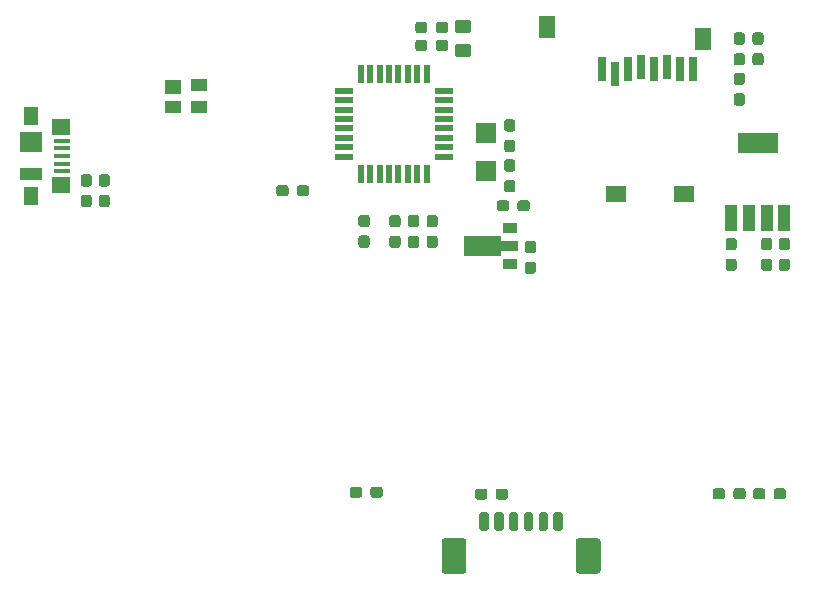
<source format=gtp>
G04 #@! TF.GenerationSoftware,KiCad,Pcbnew,5.99.0-unknown-57e35c9~88~ubuntu19.10.1*
G04 #@! TF.CreationDate,2021-09-15T00:48:27-03:00*
G04 #@! TF.ProjectId,Femtosat,46656d74-6f73-4617-942e-6b696361645f,rev?*
G04 #@! TF.SameCoordinates,Original*
G04 #@! TF.FileFunction,Paste,Top*
G04 #@! TF.FilePolarity,Positive*
%FSLAX46Y46*%
G04 Gerber Fmt 4.6, Leading zero omitted, Abs format (unit mm)*
G04 Created by KiCad (PCBNEW 5.99.0-unknown-57e35c9~88~ubuntu19.10.1) date 2021-09-15 00:48:27*
%MOMM*%
%LPD*%
G01*
G04 APERTURE LIST*
%ADD10R,1.400000X1.900000*%
%ADD11R,1.800000X1.400000*%
%ADD12R,0.800000X2.000000*%
%ADD13R,1.800000X1.750000*%
%ADD14R,0.550000X1.600000*%
%ADD15R,1.600000X0.550000*%
%ADD16R,1.000000X2.200000*%
%ADD17R,3.400000X1.800000*%
%ADD18R,1.300000X0.900000*%
%ADD19R,1.900000X1.000000*%
%ADD20R,1.900000X1.800000*%
%ADD21R,1.300000X1.650000*%
%ADD22R,1.550000X1.425000*%
%ADD23R,1.380000X0.450000*%
%ADD24R,1.400000X1.000000*%
%ADD25R,1.400000X1.200000*%
G04 APERTURE END LIST*
D10*
X111535400Y-33408600D03*
X124685400Y-34408600D03*
D11*
X117385400Y-47558600D03*
X123085400Y-47558600D03*
D12*
X123895400Y-37008600D03*
X122795400Y-37008600D03*
X121695400Y-36808600D03*
X120595400Y-37008600D03*
X119495400Y-36808600D03*
X118395400Y-37008600D03*
X117295400Y-37408600D03*
X116195400Y-37008600D03*
D13*
X106337100Y-42385700D03*
X106337100Y-45635700D03*
D14*
X101339300Y-45860700D03*
X100539300Y-45860700D03*
X99739300Y-45860700D03*
X98939300Y-45860700D03*
X98139300Y-45860700D03*
X97339300Y-45860700D03*
X96539300Y-45860700D03*
X95739300Y-45860700D03*
D15*
X94289300Y-44410700D03*
X94289300Y-43610700D03*
X94289300Y-42810700D03*
X94289300Y-42010700D03*
X94289300Y-41210700D03*
X94289300Y-40410700D03*
X94289300Y-39610700D03*
X94289300Y-38810700D03*
D14*
X95739300Y-37360700D03*
X96539300Y-37360700D03*
X97339300Y-37360700D03*
X98139300Y-37360700D03*
X98939300Y-37360700D03*
X99739300Y-37360700D03*
X100539300Y-37360700D03*
X101339300Y-37360700D03*
D15*
X102789300Y-38810700D03*
X102789300Y-39610700D03*
X102789300Y-40410700D03*
X102789300Y-41210700D03*
X102789300Y-42010700D03*
X102789300Y-42810700D03*
X102789300Y-43610700D03*
X102789300Y-44410700D03*
D16*
X127112200Y-49582800D03*
X130112200Y-49582800D03*
D17*
X129362200Y-43282800D03*
D16*
X128612200Y-49582800D03*
X131612200Y-49582800D03*
G36*
X104456200Y-51103300D02*
G01*
X107581201Y-51103300D01*
X107581200Y-51519800D01*
X109056200Y-51519801D01*
X109056200Y-52419800D01*
X107581200Y-52419799D01*
X107581200Y-52836299D01*
X104456200Y-52836299D01*
X104456200Y-51103300D01*
G37*
D18*
X108406200Y-50469800D03*
X108406200Y-53469800D03*
G36*
G01*
X126874700Y-53029600D02*
X127349700Y-53029600D01*
G75*
G02*
X127587200Y-53267100I0J-237500D01*
G01*
X127587200Y-53842100D01*
G75*
G02*
X127349700Y-54079600I-237500J0D01*
G01*
X126874700Y-54079600D01*
G75*
G02*
X126637200Y-53842100I0J237500D01*
G01*
X126637200Y-53267100D01*
G75*
G02*
X126874700Y-53029600I237500J0D01*
G01*
G37*
G36*
G01*
X126874700Y-51279600D02*
X127349700Y-51279600D01*
G75*
G02*
X127587200Y-51517100I0J-237500D01*
G01*
X127587200Y-52092100D01*
G75*
G02*
X127349700Y-52329600I-237500J0D01*
G01*
X126874700Y-52329600D01*
G75*
G02*
X126637200Y-52092100I0J237500D01*
G01*
X126637200Y-51517100D01*
G75*
G02*
X126874700Y-51279600I237500J0D01*
G01*
G37*
G36*
G01*
X127562600Y-39035500D02*
X128037600Y-39035500D01*
G75*
G02*
X128275100Y-39273000I0J-237500D01*
G01*
X128275100Y-39848000D01*
G75*
G02*
X128037600Y-40085500I-237500J0D01*
G01*
X127562600Y-40085500D01*
G75*
G02*
X127325100Y-39848000I0J237500D01*
G01*
X127325100Y-39273000D01*
G75*
G02*
X127562600Y-39035500I237500J0D01*
G01*
G37*
G36*
G01*
X127562600Y-37285500D02*
X128037600Y-37285500D01*
G75*
G02*
X128275100Y-37523000I0J-237500D01*
G01*
X128275100Y-38098000D01*
G75*
G02*
X128037600Y-38335500I-237500J0D01*
G01*
X127562600Y-38335500D01*
G75*
G02*
X127325100Y-38098000I0J237500D01*
G01*
X127325100Y-37523000D01*
G75*
G02*
X127562600Y-37285500I237500J0D01*
G01*
G37*
G36*
G01*
X89630900Y-47044600D02*
X89630900Y-47519600D01*
G75*
G02*
X89393400Y-47757100I-237500J0D01*
G01*
X88818400Y-47757100D01*
G75*
G02*
X88580900Y-47519600I0J237500D01*
G01*
X88580900Y-47044600D01*
G75*
G02*
X88818400Y-46807100I237500J0D01*
G01*
X89393400Y-46807100D01*
G75*
G02*
X89630900Y-47044600I0J-237500D01*
G01*
G37*
G36*
G01*
X91380900Y-47044600D02*
X91380900Y-47519600D01*
G75*
G02*
X91143400Y-47757100I-237500J0D01*
G01*
X90568400Y-47757100D01*
G75*
G02*
X90330900Y-47519600I0J237500D01*
G01*
X90330900Y-47044600D01*
G75*
G02*
X90568400Y-46807100I237500J0D01*
G01*
X91143400Y-46807100D01*
G75*
G02*
X91380900Y-47044600I0J-237500D01*
G01*
G37*
G36*
G01*
X74269200Y-46932100D02*
X73794200Y-46932100D01*
G75*
G02*
X73556700Y-46694600I0J237500D01*
G01*
X73556700Y-46119600D01*
G75*
G02*
X73794200Y-45882100I237500J0D01*
G01*
X74269200Y-45882100D01*
G75*
G02*
X74506700Y-46119600I0J-237500D01*
G01*
X74506700Y-46694600D01*
G75*
G02*
X74269200Y-46932100I-237500J0D01*
G01*
G37*
G36*
G01*
X74269200Y-48682100D02*
X73794200Y-48682100D01*
G75*
G02*
X73556700Y-48444600I0J237500D01*
G01*
X73556700Y-47869600D01*
G75*
G02*
X73794200Y-47632100I237500J0D01*
G01*
X74269200Y-47632100D01*
G75*
G02*
X74506700Y-47869600I0J-237500D01*
G01*
X74506700Y-48444600D01*
G75*
G02*
X74269200Y-48682100I-237500J0D01*
G01*
G37*
G36*
G01*
X106457000Y-72736700D02*
X106457000Y-73211700D01*
G75*
G02*
X106219500Y-73449200I-237500J0D01*
G01*
X105644500Y-73449200D01*
G75*
G02*
X105407000Y-73211700I0J237500D01*
G01*
X105407000Y-72736700D01*
G75*
G02*
X105644500Y-72499200I237500J0D01*
G01*
X106219500Y-72499200D01*
G75*
G02*
X106457000Y-72736700I0J-237500D01*
G01*
G37*
G36*
G01*
X108207000Y-72736700D02*
X108207000Y-73211700D01*
G75*
G02*
X107969500Y-73449200I-237500J0D01*
G01*
X107394500Y-73449200D01*
G75*
G02*
X107157000Y-73211700I0J237500D01*
G01*
X107157000Y-72736700D01*
G75*
G02*
X107394500Y-72499200I237500J0D01*
G01*
X107969500Y-72499200D01*
G75*
G02*
X108207000Y-72736700I0J-237500D01*
G01*
G37*
G36*
G01*
X101553000Y-51086500D02*
X102028000Y-51086500D01*
G75*
G02*
X102265500Y-51324000I0J-237500D01*
G01*
X102265500Y-51899000D01*
G75*
G02*
X102028000Y-52136500I-237500J0D01*
G01*
X101553000Y-52136500D01*
G75*
G02*
X101315500Y-51899000I0J237500D01*
G01*
X101315500Y-51324000D01*
G75*
G02*
X101553000Y-51086500I237500J0D01*
G01*
G37*
G36*
G01*
X101553000Y-49336500D02*
X102028000Y-49336500D01*
G75*
G02*
X102265500Y-49574000I0J-237500D01*
G01*
X102265500Y-50149000D01*
G75*
G02*
X102028000Y-50386500I-237500J0D01*
G01*
X101553000Y-50386500D01*
G75*
G02*
X101315500Y-50149000I0J237500D01*
G01*
X101315500Y-49574000D01*
G75*
G02*
X101553000Y-49336500I237500J0D01*
G01*
G37*
G36*
G01*
X104856601Y-33941600D02*
X103956599Y-33941600D01*
G75*
G02*
X103706600Y-33691601I0J249999D01*
G01*
X103706600Y-33041599D01*
G75*
G02*
X103956599Y-32791600I249999J0D01*
G01*
X104856601Y-32791600D01*
G75*
G02*
X105106600Y-33041599I0J-249999D01*
G01*
X105106600Y-33691601D01*
G75*
G02*
X104856601Y-33941600I-249999J0D01*
G01*
G37*
G36*
G01*
X104856601Y-35991600D02*
X103956599Y-35991600D01*
G75*
G02*
X103706600Y-35741601I0J249999D01*
G01*
X103706600Y-35091599D01*
G75*
G02*
X103956599Y-34841600I249999J0D01*
G01*
X104856601Y-34841600D01*
G75*
G02*
X105106600Y-35091599I0J-249999D01*
G01*
X105106600Y-35741601D01*
G75*
G02*
X104856601Y-35991600I-249999J0D01*
G01*
G37*
G36*
G01*
X113946600Y-79448601D02*
X113946600Y-76948599D01*
G75*
G02*
X114196599Y-76698600I249999J0D01*
G01*
X115796601Y-76698600D01*
G75*
G02*
X116046600Y-76948599I0J-249999D01*
G01*
X116046600Y-79448601D01*
G75*
G02*
X115796601Y-79698600I-249999J0D01*
G01*
X114196599Y-79698600D01*
G75*
G02*
X113946600Y-79448601I0J249999D01*
G01*
G37*
G36*
G01*
X102596600Y-79448601D02*
X102596600Y-76948599D01*
G75*
G02*
X102846599Y-76698600I249999J0D01*
G01*
X104446601Y-76698600D01*
G75*
G02*
X104696600Y-76948599I0J-249999D01*
G01*
X104696600Y-79448601D01*
G75*
G02*
X104446601Y-79698600I-249999J0D01*
G01*
X102846599Y-79698600D01*
G75*
G02*
X102596600Y-79448601I0J249999D01*
G01*
G37*
G36*
G01*
X112046600Y-75898600D02*
X112046600Y-74698600D01*
G75*
G02*
X112246600Y-74498600I200000J0D01*
G01*
X112646600Y-74498600D01*
G75*
G02*
X112846600Y-74698600I0J-200000D01*
G01*
X112846600Y-75898600D01*
G75*
G02*
X112646600Y-76098600I-200000J0D01*
G01*
X112246600Y-76098600D01*
G75*
G02*
X112046600Y-75898600I0J200000D01*
G01*
G37*
G36*
G01*
X110796600Y-75898600D02*
X110796600Y-74698600D01*
G75*
G02*
X110996600Y-74498600I200000J0D01*
G01*
X111396600Y-74498600D01*
G75*
G02*
X111596600Y-74698600I0J-200000D01*
G01*
X111596600Y-75898600D01*
G75*
G02*
X111396600Y-76098600I-200000J0D01*
G01*
X110996600Y-76098600D01*
G75*
G02*
X110796600Y-75898600I0J200000D01*
G01*
G37*
G36*
G01*
X109546600Y-75898600D02*
X109546600Y-74698600D01*
G75*
G02*
X109746600Y-74498600I200000J0D01*
G01*
X110146600Y-74498600D01*
G75*
G02*
X110346600Y-74698600I0J-200000D01*
G01*
X110346600Y-75898600D01*
G75*
G02*
X110146600Y-76098600I-200000J0D01*
G01*
X109746600Y-76098600D01*
G75*
G02*
X109546600Y-75898600I0J200000D01*
G01*
G37*
G36*
G01*
X108296600Y-75898600D02*
X108296600Y-74698600D01*
G75*
G02*
X108496600Y-74498600I200000J0D01*
G01*
X108896600Y-74498600D01*
G75*
G02*
X109096600Y-74698600I0J-200000D01*
G01*
X109096600Y-75898600D01*
G75*
G02*
X108896600Y-76098600I-200000J0D01*
G01*
X108496600Y-76098600D01*
G75*
G02*
X108296600Y-75898600I0J200000D01*
G01*
G37*
G36*
G01*
X107046600Y-75898600D02*
X107046600Y-74698600D01*
G75*
G02*
X107246600Y-74498600I200000J0D01*
G01*
X107646600Y-74498600D01*
G75*
G02*
X107846600Y-74698600I0J-200000D01*
G01*
X107846600Y-75898600D01*
G75*
G02*
X107646600Y-76098600I-200000J0D01*
G01*
X107246600Y-76098600D01*
G75*
G02*
X107046600Y-75898600I0J200000D01*
G01*
G37*
G36*
G01*
X105796600Y-75898600D02*
X105796600Y-74698600D01*
G75*
G02*
X105996600Y-74498600I200000J0D01*
G01*
X106396600Y-74498600D01*
G75*
G02*
X106596600Y-74698600I0J-200000D01*
G01*
X106596600Y-75898600D01*
G75*
G02*
X106396600Y-76098600I-200000J0D01*
G01*
X105996600Y-76098600D01*
G75*
G02*
X105796600Y-75898600I0J200000D01*
G01*
G37*
D19*
X67800000Y-45885700D03*
D20*
X67800000Y-43185700D03*
D21*
X67800000Y-47710700D03*
X67800000Y-40960700D03*
D22*
X70375000Y-46823200D03*
X70375000Y-41848200D03*
D23*
X70460000Y-45635700D03*
X70460000Y-44985700D03*
X70460000Y-44335700D03*
X70460000Y-43685700D03*
X70460000Y-43035700D03*
D24*
X82080900Y-38305700D03*
X82080900Y-40205700D03*
X79880900Y-40205700D03*
D25*
X79880900Y-38485700D03*
G36*
G01*
X127286500Y-73186300D02*
X127286500Y-72711300D01*
G75*
G02*
X127524000Y-72473800I237500J0D01*
G01*
X128099000Y-72473800D01*
G75*
G02*
X128336500Y-72711300I0J-237500D01*
G01*
X128336500Y-73186300D01*
G75*
G02*
X128099000Y-73423800I-237500J0D01*
G01*
X127524000Y-73423800D01*
G75*
G02*
X127286500Y-73186300I0J237500D01*
G01*
G37*
G36*
G01*
X125536500Y-73186300D02*
X125536500Y-72711300D01*
G75*
G02*
X125774000Y-72473800I237500J0D01*
G01*
X126349000Y-72473800D01*
G75*
G02*
X126586500Y-72711300I0J-237500D01*
G01*
X126586500Y-73186300D01*
G75*
G02*
X126349000Y-73423800I-237500J0D01*
G01*
X125774000Y-73423800D01*
G75*
G02*
X125536500Y-73186300I0J237500D01*
G01*
G37*
G36*
G01*
X130002800Y-72711300D02*
X130002800Y-73186300D01*
G75*
G02*
X129765300Y-73423800I-237500J0D01*
G01*
X129190300Y-73423800D01*
G75*
G02*
X128952800Y-73186300I0J237500D01*
G01*
X128952800Y-72711300D01*
G75*
G02*
X129190300Y-72473800I237500J0D01*
G01*
X129765300Y-72473800D01*
G75*
G02*
X130002800Y-72711300I0J-237500D01*
G01*
G37*
G36*
G01*
X131752800Y-72711300D02*
X131752800Y-73186300D01*
G75*
G02*
X131515300Y-73423800I-237500J0D01*
G01*
X130940300Y-73423800D01*
G75*
G02*
X130702800Y-73186300I0J237500D01*
G01*
X130702800Y-72711300D01*
G75*
G02*
X130940300Y-72473800I237500J0D01*
G01*
X131515300Y-72473800D01*
G75*
G02*
X131752800Y-72711300I0J-237500D01*
G01*
G37*
G36*
G01*
X129612400Y-34931900D02*
X129137400Y-34931900D01*
G75*
G02*
X128899900Y-34694400I0J237500D01*
G01*
X128899900Y-34119400D01*
G75*
G02*
X129137400Y-33881900I237500J0D01*
G01*
X129612400Y-33881900D01*
G75*
G02*
X129849900Y-34119400I0J-237500D01*
G01*
X129849900Y-34694400D01*
G75*
G02*
X129612400Y-34931900I-237500J0D01*
G01*
G37*
G36*
G01*
X129612400Y-36681900D02*
X129137400Y-36681900D01*
G75*
G02*
X128899900Y-36444400I0J237500D01*
G01*
X128899900Y-35869400D01*
G75*
G02*
X129137400Y-35631900I237500J0D01*
G01*
X129612400Y-35631900D01*
G75*
G02*
X129849900Y-35869400I0J-237500D01*
G01*
X129849900Y-36444400D01*
G75*
G02*
X129612400Y-36681900I-237500J0D01*
G01*
G37*
G36*
G01*
X128037600Y-34931900D02*
X127562600Y-34931900D01*
G75*
G02*
X127325100Y-34694400I0J237500D01*
G01*
X127325100Y-34119400D01*
G75*
G02*
X127562600Y-33881900I237500J0D01*
G01*
X128037600Y-33881900D01*
G75*
G02*
X128275100Y-34119400I0J-237500D01*
G01*
X128275100Y-34694400D01*
G75*
G02*
X128037600Y-34931900I-237500J0D01*
G01*
G37*
G36*
G01*
X128037600Y-36681900D02*
X127562600Y-36681900D01*
G75*
G02*
X127325100Y-36444400I0J237500D01*
G01*
X127325100Y-35869400D01*
G75*
G02*
X127562600Y-35631900I237500J0D01*
G01*
X128037600Y-35631900D01*
G75*
G02*
X128275100Y-35869400I0J-237500D01*
G01*
X128275100Y-36444400D01*
G75*
G02*
X128037600Y-36681900I-237500J0D01*
G01*
G37*
G36*
G01*
X108311200Y-48327300D02*
X108311200Y-48802300D01*
G75*
G02*
X108073700Y-49039800I-237500J0D01*
G01*
X107498700Y-49039800D01*
G75*
G02*
X107261200Y-48802300I0J237500D01*
G01*
X107261200Y-48327300D01*
G75*
G02*
X107498700Y-48089800I237500J0D01*
G01*
X108073700Y-48089800D01*
G75*
G02*
X108311200Y-48327300I0J-237500D01*
G01*
G37*
G36*
G01*
X110061200Y-48327300D02*
X110061200Y-48802300D01*
G75*
G02*
X109823700Y-49039800I-237500J0D01*
G01*
X109248700Y-49039800D01*
G75*
G02*
X109011200Y-48802300I0J237500D01*
G01*
X109011200Y-48327300D01*
G75*
G02*
X109248700Y-48089800I237500J0D01*
G01*
X109823700Y-48089800D01*
G75*
G02*
X110061200Y-48327300I0J-237500D01*
G01*
G37*
G36*
G01*
X109871500Y-53283600D02*
X110346500Y-53283600D01*
G75*
G02*
X110584000Y-53521100I0J-237500D01*
G01*
X110584000Y-54096100D01*
G75*
G02*
X110346500Y-54333600I-237500J0D01*
G01*
X109871500Y-54333600D01*
G75*
G02*
X109634000Y-54096100I0J237500D01*
G01*
X109634000Y-53521100D01*
G75*
G02*
X109871500Y-53283600I237500J0D01*
G01*
G37*
G36*
G01*
X109871500Y-51533600D02*
X110346500Y-51533600D01*
G75*
G02*
X110584000Y-51771100I0J-237500D01*
G01*
X110584000Y-52346100D01*
G75*
G02*
X110346500Y-52583600I-237500J0D01*
G01*
X109871500Y-52583600D01*
G75*
G02*
X109634000Y-52346100I0J237500D01*
G01*
X109634000Y-51771100D01*
G75*
G02*
X109871500Y-51533600I237500J0D01*
G01*
G37*
G36*
G01*
X108118900Y-42971200D02*
X108593900Y-42971200D01*
G75*
G02*
X108831400Y-43208700I0J-237500D01*
G01*
X108831400Y-43783700D01*
G75*
G02*
X108593900Y-44021200I-237500J0D01*
G01*
X108118900Y-44021200D01*
G75*
G02*
X107881400Y-43783700I0J237500D01*
G01*
X107881400Y-43208700D01*
G75*
G02*
X108118900Y-42971200I237500J0D01*
G01*
G37*
G36*
G01*
X108118900Y-41221200D02*
X108593900Y-41221200D01*
G75*
G02*
X108831400Y-41458700I0J-237500D01*
G01*
X108831400Y-42033700D01*
G75*
G02*
X108593900Y-42271200I-237500J0D01*
G01*
X108118900Y-42271200D01*
G75*
G02*
X107881400Y-42033700I0J237500D01*
G01*
X107881400Y-41458700D01*
G75*
G02*
X108118900Y-41221200I237500J0D01*
G01*
G37*
G36*
G01*
X108118900Y-46374800D02*
X108593900Y-46374800D01*
G75*
G02*
X108831400Y-46612300I0J-237500D01*
G01*
X108831400Y-47187300D01*
G75*
G02*
X108593900Y-47424800I-237500J0D01*
G01*
X108118900Y-47424800D01*
G75*
G02*
X107881400Y-47187300I0J237500D01*
G01*
X107881400Y-46612300D01*
G75*
G02*
X108118900Y-46374800I237500J0D01*
G01*
G37*
G36*
G01*
X108118900Y-44624800D02*
X108593900Y-44624800D01*
G75*
G02*
X108831400Y-44862300I0J-237500D01*
G01*
X108831400Y-45437300D01*
G75*
G02*
X108593900Y-45674800I-237500J0D01*
G01*
X108118900Y-45674800D01*
G75*
G02*
X107881400Y-45437300I0J237500D01*
G01*
X107881400Y-44862300D01*
G75*
G02*
X108118900Y-44624800I237500J0D01*
G01*
G37*
G36*
G01*
X99978200Y-51086500D02*
X100453200Y-51086500D01*
G75*
G02*
X100690700Y-51324000I0J-237500D01*
G01*
X100690700Y-51899000D01*
G75*
G02*
X100453200Y-52136500I-237500J0D01*
G01*
X99978200Y-52136500D01*
G75*
G02*
X99740700Y-51899000I0J237500D01*
G01*
X99740700Y-51324000D01*
G75*
G02*
X99978200Y-51086500I237500J0D01*
G01*
G37*
G36*
G01*
X99978200Y-49336500D02*
X100453200Y-49336500D01*
G75*
G02*
X100690700Y-49574000I0J-237500D01*
G01*
X100690700Y-50149000D01*
G75*
G02*
X100453200Y-50386500I-237500J0D01*
G01*
X99978200Y-50386500D01*
G75*
G02*
X99740700Y-50149000I0J237500D01*
G01*
X99740700Y-49574000D01*
G75*
G02*
X99978200Y-49336500I237500J0D01*
G01*
G37*
G36*
G01*
X98403400Y-51086500D02*
X98878400Y-51086500D01*
G75*
G02*
X99115900Y-51324000I0J-237500D01*
G01*
X99115900Y-51899000D01*
G75*
G02*
X98878400Y-52136500I-237500J0D01*
G01*
X98403400Y-52136500D01*
G75*
G02*
X98165900Y-51899000I0J237500D01*
G01*
X98165900Y-51324000D01*
G75*
G02*
X98403400Y-51086500I237500J0D01*
G01*
G37*
G36*
G01*
X98403400Y-49336500D02*
X98878400Y-49336500D01*
G75*
G02*
X99115900Y-49574000I0J-237500D01*
G01*
X99115900Y-50149000D01*
G75*
G02*
X98878400Y-50386500I-237500J0D01*
G01*
X98403400Y-50386500D01*
G75*
G02*
X98165900Y-50149000I0J237500D01*
G01*
X98165900Y-49574000D01*
G75*
G02*
X98403400Y-49336500I237500J0D01*
G01*
G37*
G36*
G01*
X101389300Y-33227000D02*
X101389300Y-33702000D01*
G75*
G02*
X101151800Y-33939500I-237500J0D01*
G01*
X100576800Y-33939500D01*
G75*
G02*
X100339300Y-33702000I0J237500D01*
G01*
X100339300Y-33227000D01*
G75*
G02*
X100576800Y-32989500I237500J0D01*
G01*
X101151800Y-32989500D01*
G75*
G02*
X101389300Y-33227000I0J-237500D01*
G01*
G37*
G36*
G01*
X103139300Y-33227000D02*
X103139300Y-33702000D01*
G75*
G02*
X102901800Y-33939500I-237500J0D01*
G01*
X102326800Y-33939500D01*
G75*
G02*
X102089300Y-33702000I0J237500D01*
G01*
X102089300Y-33227000D01*
G75*
G02*
X102326800Y-32989500I237500J0D01*
G01*
X102901800Y-32989500D01*
G75*
G02*
X103139300Y-33227000I0J-237500D01*
G01*
G37*
G36*
G01*
X101389300Y-34751000D02*
X101389300Y-35226000D01*
G75*
G02*
X101151800Y-35463500I-237500J0D01*
G01*
X100576800Y-35463500D01*
G75*
G02*
X100339300Y-35226000I0J237500D01*
G01*
X100339300Y-34751000D01*
G75*
G02*
X100576800Y-34513500I237500J0D01*
G01*
X101151800Y-34513500D01*
G75*
G02*
X101389300Y-34751000I0J-237500D01*
G01*
G37*
G36*
G01*
X103139300Y-34751000D02*
X103139300Y-35226000D01*
G75*
G02*
X102901800Y-35463500I-237500J0D01*
G01*
X102326800Y-35463500D01*
G75*
G02*
X102089300Y-35226000I0J237500D01*
G01*
X102089300Y-34751000D01*
G75*
G02*
X102326800Y-34513500I237500J0D01*
G01*
X102901800Y-34513500D01*
G75*
G02*
X103139300Y-34751000I0J-237500D01*
G01*
G37*
G36*
G01*
X72745200Y-46932100D02*
X72270200Y-46932100D01*
G75*
G02*
X72032700Y-46694600I0J237500D01*
G01*
X72032700Y-46119600D01*
G75*
G02*
X72270200Y-45882100I237500J0D01*
G01*
X72745200Y-45882100D01*
G75*
G02*
X72982700Y-46119600I0J-237500D01*
G01*
X72982700Y-46694600D01*
G75*
G02*
X72745200Y-46932100I-237500J0D01*
G01*
G37*
G36*
G01*
X72745200Y-48682100D02*
X72270200Y-48682100D01*
G75*
G02*
X72032700Y-48444600I0J237500D01*
G01*
X72032700Y-47869600D01*
G75*
G02*
X72270200Y-47632100I237500J0D01*
G01*
X72745200Y-47632100D01*
G75*
G02*
X72982700Y-47869600I0J-237500D01*
G01*
X72982700Y-48444600D01*
G75*
G02*
X72745200Y-48682100I-237500J0D01*
G01*
G37*
G36*
G01*
X96565200Y-73059300D02*
X96565200Y-72584300D01*
G75*
G02*
X96802700Y-72346800I237500J0D01*
G01*
X97377700Y-72346800D01*
G75*
G02*
X97615200Y-72584300I0J-237500D01*
G01*
X97615200Y-73059300D01*
G75*
G02*
X97377700Y-73296800I-237500J0D01*
G01*
X96802700Y-73296800D01*
G75*
G02*
X96565200Y-73059300I0J237500D01*
G01*
G37*
G36*
G01*
X94815200Y-73059300D02*
X94815200Y-72584300D01*
G75*
G02*
X95052700Y-72346800I237500J0D01*
G01*
X95627700Y-72346800D01*
G75*
G02*
X95865200Y-72584300I0J-237500D01*
G01*
X95865200Y-73059300D01*
G75*
G02*
X95627700Y-73296800I-237500J0D01*
G01*
X95052700Y-73296800D01*
G75*
G02*
X94815200Y-73059300I0J237500D01*
G01*
G37*
G36*
G01*
X95787200Y-51072500D02*
X96262200Y-51072500D01*
G75*
G02*
X96499700Y-51310000I0J-237500D01*
G01*
X96499700Y-51885000D01*
G75*
G02*
X96262200Y-52122500I-237500J0D01*
G01*
X95787200Y-52122500D01*
G75*
G02*
X95549700Y-51885000I0J237500D01*
G01*
X95549700Y-51310000D01*
G75*
G02*
X95787200Y-51072500I237500J0D01*
G01*
G37*
G36*
G01*
X95787200Y-49322500D02*
X96262200Y-49322500D01*
G75*
G02*
X96499700Y-49560000I0J-237500D01*
G01*
X96499700Y-50135000D01*
G75*
G02*
X96262200Y-50372500I-237500J0D01*
G01*
X95787200Y-50372500D01*
G75*
G02*
X95549700Y-50135000I0J237500D01*
G01*
X95549700Y-49560000D01*
G75*
G02*
X95787200Y-49322500I237500J0D01*
G01*
G37*
G36*
G01*
X129874700Y-53029600D02*
X130349700Y-53029600D01*
G75*
G02*
X130587200Y-53267100I0J-237500D01*
G01*
X130587200Y-53842100D01*
G75*
G02*
X130349700Y-54079600I-237500J0D01*
G01*
X129874700Y-54079600D01*
G75*
G02*
X129637200Y-53842100I0J237500D01*
G01*
X129637200Y-53267100D01*
G75*
G02*
X129874700Y-53029600I237500J0D01*
G01*
G37*
G36*
G01*
X129874700Y-51279600D02*
X130349700Y-51279600D01*
G75*
G02*
X130587200Y-51517100I0J-237500D01*
G01*
X130587200Y-52092100D01*
G75*
G02*
X130349700Y-52329600I-237500J0D01*
G01*
X129874700Y-52329600D01*
G75*
G02*
X129637200Y-52092100I0J237500D01*
G01*
X129637200Y-51517100D01*
G75*
G02*
X129874700Y-51279600I237500J0D01*
G01*
G37*
G36*
G01*
X131374700Y-53029600D02*
X131849700Y-53029600D01*
G75*
G02*
X132087200Y-53267100I0J-237500D01*
G01*
X132087200Y-53842100D01*
G75*
G02*
X131849700Y-54079600I-237500J0D01*
G01*
X131374700Y-54079600D01*
G75*
G02*
X131137200Y-53842100I0J237500D01*
G01*
X131137200Y-53267100D01*
G75*
G02*
X131374700Y-53029600I237500J0D01*
G01*
G37*
G36*
G01*
X131374700Y-51279600D02*
X131849700Y-51279600D01*
G75*
G02*
X132087200Y-51517100I0J-237500D01*
G01*
X132087200Y-52092100D01*
G75*
G02*
X131849700Y-52329600I-237500J0D01*
G01*
X131374700Y-52329600D01*
G75*
G02*
X131137200Y-52092100I0J237500D01*
G01*
X131137200Y-51517100D01*
G75*
G02*
X131374700Y-51279600I237500J0D01*
G01*
G37*
M02*

</source>
